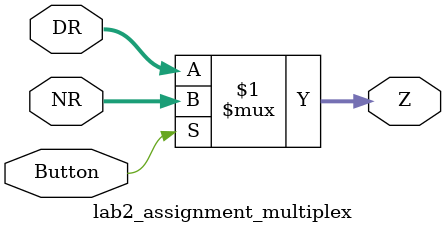
<source format=v>
`timescale 1ns / 1ps


module lab2_assignment_multiplex(
   
    input [5:0] DR,NR,
    input Button,
    output [5:0] Z
    );
    
    assign Z = Button ? NR : DR;
   
endmodule

</source>
